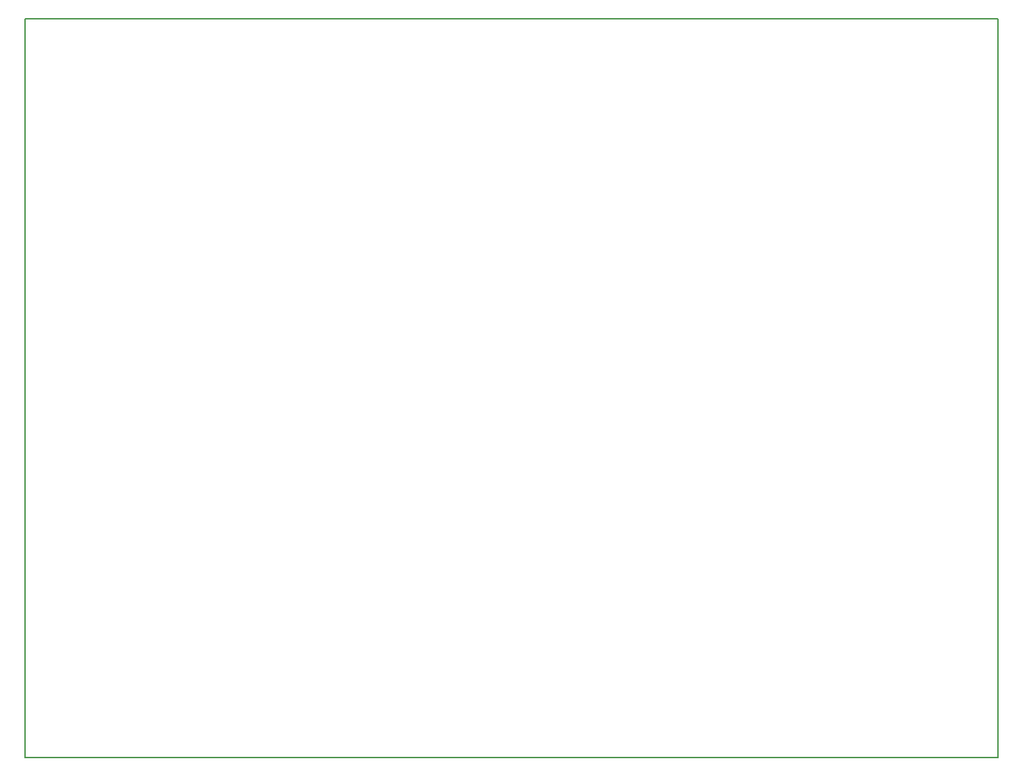
<source format=gbr>
G04 PROTEUS RS274X GERBER FILE*
%FSLAX45Y45*%
%MOMM*%
G01*
%ADD16C,0.203200*%
D16*
X-6350960Y-4420960D02*
X+5490000Y-4420960D01*
X+5490000Y+4570000D01*
X-6350960Y+4570000D01*
X-6350960Y-4420960D01*
M02*

</source>
